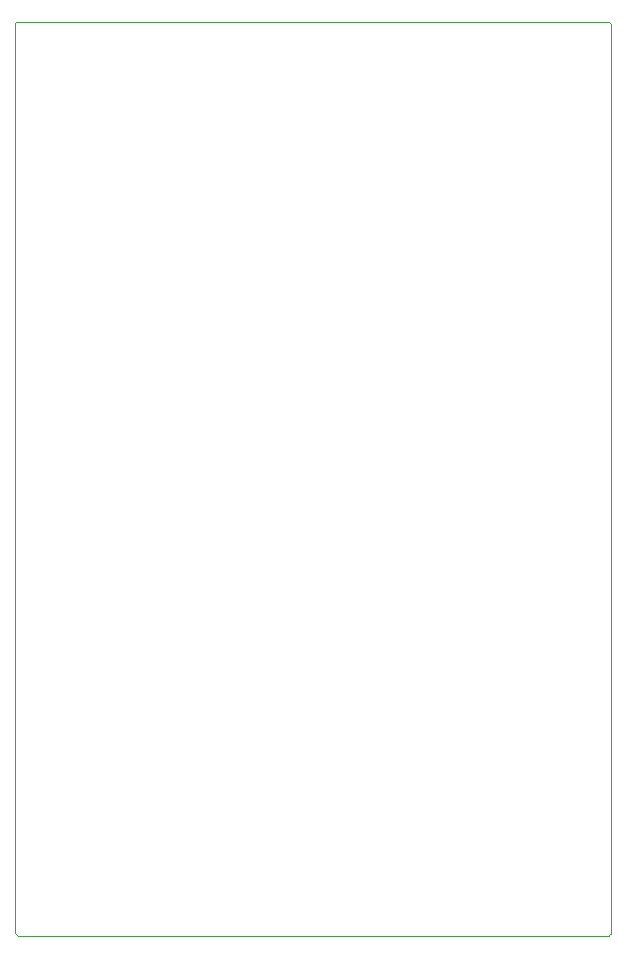
<source format=gbr>
G04*
G04 #@! TF.GenerationSoftware,Altium Limited,Altium Designer,24.6.1 (21)*
G04*
G04 Layer_Color=0*
%FSLAX44Y44*%
%MOMM*%
G71*
G04*
G04 #@! TF.SameCoordinates,A1155FF5-20E2-49EF-A20C-19287BC56D99*
G04*
G04*
G04 #@! TF.FilePolarity,Positive*
G04*
G01*
G75*
%ADD31C,0.0254*%
D31*
X302256Y505456D02*
G02*
X300986Y506730I4J1274D01*
G01*
Y538480D01*
X300986Y1276350D01*
D02*
G02*
X302260Y1277624I1274J0D01*
G01*
X803910D01*
D02*
G02*
X805184Y1276350I0J-1274D01*
G01*
X805184Y506730D01*
X805184Y505460D01*
D02*
G02*
X803910Y504186I-1274J0D01*
G01*
X303530D01*
D02*
G02*
X302256Y505456I0J1274D01*
G01*
M02*

</source>
